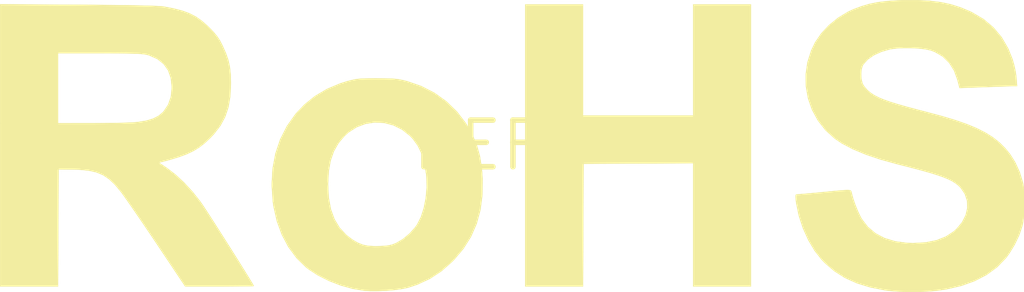
<source format=kicad_pcb>
(kicad_pcb (version 20240108) (generator pcbnew)
  (layers (0 "F.Cu" signal) (31 "B.Cu" signal) (34 "B.Paste" user) (35 "F.Paste" user) (36 "B.SilkS" user "B.Silkscreen") (37 "F.SilkS" user "F.Silkscreen") (38 "B.Mask" user) (39 "F.Mask" user) (44 "Edge.Cuts" user))
  (net 0 "")
  (footprint "RoHS-Logo_8mm_SilkScreen" (layer "F.Cu") (at 0 0)
    (property "Reference" "REF**")
    (property "Value" "RoHS-Logo_8mm_SilkScreen")
    (fp_poly (pts (xy 1.905 -0.816428) (xy 4.898571 -0.816428) (xy 4.898571 -3.840238) (xy 6.470952 -3.840238) (xy 6.470952 3.840238) (xy 4.898571 3.840238) (xy 4.898571 0.48324) (xy 3.409345 0.491084) (xy 1.920119 0.498929) (xy 1.912303 2.169583) (xy 1.904487 3.840238) (xy 0.332619 3.840238) (xy 0.332619 -3.840238) (xy 1.905 -3.840238) (xy 1.905 -0.816428)) (layer "F.SilkS") (stroke (width 0.01)) (fill solid))
    (fp_poly (pts (xy -3.689048 -1.826481) (xy -3.487157 -1.825092) (xy -3.331578 -1.821139) (xy -3.208159 -1.813253) (xy -3.102749 -1.800065) (xy -3.001194 -1.780204) (xy -2.889344 -1.752304) (xy -2.870697 -1.747311) (xy -2.483826 -1.612999) (xy -2.127078 -1.428028) (xy -1.804434 -1.195715) (xy -1.519873 -0.919377) (xy -1.277372 -0.602329) (xy -1.086752 -0.26043) (xy -0.975958 0.011468) (xy -0.897775 0.290617) (xy -0.848336 0.594128) (xy -0.825524 0.895193) (xy -0.829405 1.340298) (xy -0.882311 1.751589) (xy -0.985368 2.132167) (xy -1.139698 2.485132) (xy -1.346425 2.813586) (xy -1.606672 3.120629) (xy -1.646608 3.161249) (xy -1.941726 3.422) (xy -2.254518 3.628862) (xy -2.595374 3.787982) (xy -2.847632 3.871805) (xy -3.005327 3.906217) (xy -3.204984 3.933965) (xy -3.428331 3.953785) (xy -3.657095 3.964413) (xy -3.873004 3.964585) (xy -4.043283 3.954549) (xy -4.358863 3.902532) (xy -4.684236 3.811712) (xy -5.00331 3.688568) (xy -5.299994 3.53958) (xy -5.558195 3.371226) (xy -5.626849 3.316997) (xy -5.885069 3.063785) (xy -6.104748 2.766718) (xy -6.283592 2.430349) (xy -6.419308 2.059232) (xy -6.509604 1.65792) (xy -6.528147 1.527024) (xy -6.558225 1.069235) (xy -6.557627 1.058333) (xy -5.026398 1.058333) (xy -5.008094 1.418631) (xy -4.949751 1.734987) (xy -4.850372 2.009646) (xy -4.708958 2.244851) (xy -4.524512 2.442847) (xy -4.354252 2.57026) (xy -4.212658 2.652029) (xy -4.07947 2.705177) (xy -3.935734 2.7343) (xy -3.762495 2.743997) (xy -3.643691 2.742605) (xy -3.488119 2.735627) (xy -3.372905 2.722216) (xy -3.277993 2.698649) (xy -3.183326 2.661204) (xy -3.168407 2.654391) (xy -2.989348 2.547965) (xy -2.813708 2.401626) (xy -2.661846 2.233515) (xy -2.60406 2.151489) (xy -2.502273 1.949103) (xy -2.423404 1.704435) (xy -2.370118 1.43219) (xy -2.345082 1.147072) (xy -2.350964 0.863784) (xy -2.357749 0.793456) (xy -2.407107 0.487055) (xy -2.482122 0.228323) (xy -2.586416 0.008608) (xy -2.723611 -0.180739) (xy -2.798804 -0.26006) (xy -3.013204 -0.430338) (xy -3.24887 -0.548467) (xy -3.497858 -0.614447) (xy -3.752221 -0.628282) (xy -4.004012 -0.589974) (xy -4.245287 -0.499523) (xy -4.468098 -0.356933) (xy -4.57658 -0.259623) (xy -4.742154 -0.062678) (xy -4.867562 0.158477) (xy -4.955151 0.410719) (xy -5.007267 0.700925) (xy -5.026258 1.035973) (xy -5.026398 1.058333) (xy -6.557627 1.058333) (xy -6.534275 0.632895) (xy -6.457001 0.220175) (xy -6.327105 -0.166756) (xy -6.145291 -0.525727) (xy -5.912263 -0.85457) (xy -5.67381 -1.109377) (xy -5.384415 -1.343147) (xy -5.053698 -1.538813) (xy -4.691057 -1.691207) (xy -4.517972 -1.74484) (xy -4.402492 -1.775509) (xy -4.30301 -1.797516) (xy -4.20549 -1.812246) (xy -4.095891 -1.821081) (xy -3.960176 -1.825403) (xy -3.784306 -1.826596) (xy -3.689048 -1.826481)) (layer "F.SilkS") (stroke (width 0.01)) (fill solid))
    (fp_poly (pts (xy -11.815536 -3.830605) (xy -11.340539 -3.82698) (xy -10.916178 -3.822694) (xy -10.543807 -3.817774) (xy -10.224779 -3.812248) (xy -9.96045 -3.806145) (xy -9.752172 -3.799493) (xy -9.601301 -3.792319) (xy -9.50919 -3.784652) (xy -9.494762 -3.782535) (xy -9.214093 -3.727701) (xy -8.981875 -3.666751) (xy -8.786089 -3.594182) (xy -8.614714 -3.504491) (xy -8.455727 -3.392176) (xy -8.297109 -3.251733) (xy -8.263468 -3.218889) (xy -8.136146 -3.087326) (xy -8.042124 -2.974156) (xy -7.967267 -2.860258) (xy -7.897441 -2.726511) (xy -7.893687 -2.718664) (xy -7.801506 -2.511007) (xy -7.737161 -2.325841) (xy -7.696297 -2.143135) (xy -7.674562 -1.942859) (xy -7.6676 -1.70498) (xy -7.667549 -1.678214) (xy -7.683414 -1.339609) (xy -7.733519 -1.043429) (xy -7.821634 -0.779861) (xy -7.951525 -0.539094) (xy -8.126961 -0.311316) (xy -8.237052 -0.19513) (xy -8.384769 -0.057922) (xy -8.532673 0.056616) (xy -8.691439 0.153788) (xy -8.871741 0.238894) (xy -9.084254 0.317237) (xy -9.339652 0.39412) (xy -9.520763 0.442488) (xy -9.622358 0.468691) (xy -9.39981 0.619442) (xy -9.173407 0.793338) (xy -8.94 1.009914) (xy -8.713448 1.255086) (xy -8.507606 1.514768) (xy -8.477139 1.557262) (xy -8.425149 1.633532) (xy -8.349651 1.747927) (xy -8.254636 1.894119) (xy -8.144098 2.065782) (xy -8.022029 2.256588) (xy -7.892421 2.460209) (xy -7.759269 2.670318) (xy -7.626564 2.880587) (xy -7.4983 3.08469) (xy -7.378468 3.276299) (xy -7.271063 3.449085) (xy -7.180076 3.596723) (xy -7.1095 3.712884) (xy -7.063329 3.791242) (xy -7.045554 3.825468) (xy -7.045477 3.826041) (xy -7.074499 3.829552) (xy -7.156706 3.832746) (xy -7.284806 3.835514) (xy -7.451508 3.837744) (xy -7.64952 3.839325) (xy -7.87155 3.840146) (xy -7.977584 3.840238) (xy -8.909691 3.840238) (xy -9.682111 2.683631) (xy -9.848647 2.435231) (xy -10.012421 2.192765) (xy -10.168837 1.962915) (xy -10.313296 1.752362) (xy -10.441201 1.567787) (xy -10.547954 1.41587) (xy -10.628957 1.303292) (xy -10.666078 1.25379) (xy -10.826304 1.06274) (xy -10.982142 0.915355) (xy -11.14476 0.806513) (xy -11.325328 0.731089) (xy -11.535015 0.683959) (xy -11.784989 0.66) (xy -11.972527 0.654444) (xy -12.352262 0.650119) (xy -12.360089 2.245179) (xy -12.367916 3.840238) (xy -13.939762 3.840238) (xy -13.939762 -2.509762) (xy -12.367381 -2.509762) (xy -12.367381 -0.604762) (xy -11.422441 -0.60501) (xy -11.174424 -0.606063) (xy -10.932909 -0.608921) (xy -10.708099 -0.613325) (xy -10.510196 -0.619019) (xy -10.349402 -0.625745) (xy -10.235919 -0.633245) (xy -10.213297 -0.63553) (xy -9.975173 -0.673312) (xy -9.786115 -0.728399) (xy -9.636186 -0.804831) (xy -9.515451 -0.906644) (xy -9.497375 -0.926471) (xy -9.373549 -1.109819) (xy -9.29975 -1.323157) (xy -9.274773 -1.570064) (xy -9.274811 -1.5875) (xy -9.3006 -1.834576) (xy -9.373788 -2.044107) (xy -9.494518 -2.216287) (xy -9.662932 -2.351309) (xy -9.879174 -2.449368) (xy -9.918945 -2.461856) (xy -9.970413 -2.474588) (xy -10.034688 -2.484927) (xy -10.118062 -2.493104) (xy -10.226831 -2.499351) (xy -10.367286 -2.503897) (xy -10.545722 -2.506975) (xy -10.768432 -2.508815) (xy -11.041709 -2.509649) (xy -11.223822 -2.509762) (xy -12.367381 -2.509762) (xy -13.939762 -2.509762) (xy -13.939762 -3.844565) (xy -11.815536 -3.830605)) (layer "F.SilkS") (stroke (width 0.01)) (fill solid))
    (fp_poly (pts (xy 11.31551 -3.940017) (xy 11.621274 -3.903337) (xy 11.901326 -3.844084) (xy 12.166445 -3.760385) (xy 12.42741 -3.650365) (xy 12.484941 -3.622636) (xy 12.79641 -3.438249) (xy 13.063166 -3.213396) (xy 13.285775 -2.947419) (xy 13.464807 -2.639661) (xy 13.580436 -2.35285) (xy 13.629331 -2.182193) (xy 13.667593 -2.001872) (xy 13.687556 -1.852439) (xy 13.705654 -1.617738) (xy 13.618601 -1.616098) (xy 13.563897 -1.614577) (xy 13.458654 -1.611219) (xy 13.312772 -1.606357) (xy 13.13615 -1.600322) (xy 12.938685 -1.593447) (xy 12.836071 -1.589829) (xy 12.140595 -1.565199) (xy 12.085576 -1.779021) (xy 11.992783 -2.036006) (xy 11.858321 -2.250695) (xy 11.683827 -2.421271) (xy 11.470939 -2.545921) (xy 11.354404 -2.589279) (xy 11.21443 -2.620006) (xy 11.033152 -2.64126) (xy 10.829076 -2.652538) (xy 10.620706 -2.653341) (xy 10.426545 -2.643166) (xy 10.265099 -2.621512) (xy 10.253367 -2.619103) (xy 10.018446 -2.551542) (xy 9.813774 -2.457518) (xy 9.64834 -2.342427) (xy 9.531128 -2.211663) (xy 9.507181 -2.171085) (xy 9.476605 -2.0693) (xy 9.466041 -1.936722) (xy 9.475587 -1.799659) (xy 9.505339 -1.684419) (xy 9.505376 -1.68433) (xy 9.55329 -1.605191) (xy 9.62715 -1.518231) (xy 9.663209 -1.483846) (xy 9.742498 -1.421023) (xy 9.834952 -1.362281) (xy 9.946525 -1.305466) (xy 10.083169 -1.248424) (xy 10.25084 -1.189003) (xy 10.45549 -1.12505) (xy 10.703073 -1.054411) (xy 10.999543 -0.974934) (xy 11.248571 -0.910529) (xy 11.667032 -0.798271) (xy 12.030905 -0.688556) (xy 12.345837 -0.578536) (xy 12.617476 -0.465364) (xy 12.851468 -0.34619) (xy 13.053462 -0.218166) (xy 13.229104 -0.078444) (xy 13.384042 0.075825) (xy 13.511529 0.230889) (xy 13.656676 0.460624) (xy 13.776693 0.723731) (xy 13.86053 0.994765) (xy 13.87654 1.071446) (xy 13.90007 1.260146) (xy 13.910064 1.480914) (xy 13.907017 1.712897) (xy 13.891426 1.935239) (xy 13.863785 2.127086) (xy 13.85 2.188535) (xy 13.764105 2.443629) (xy 13.638814 2.706952) (xy 13.486178 2.954943) (xy 13.397738 3.072818) (xy 13.164092 3.313878) (xy 12.882842 3.520222) (xy 12.556792 3.690544) (xy 12.188748 3.823539) (xy 11.781515 3.917899) (xy 11.496849 3.957927) (xy 11.261909 3.976437) (xy 11.000029 3.985741) (xy 10.73015 3.986005) (xy 10.471212 3.977395) (xy 10.242155 3.960074) (xy 10.129761 3.945997) (xy 9.716454 3.864987) (xy 9.350508 3.752602) (xy 9.025949 3.605981) (xy 8.736805 3.422265) (xy 8.477105 3.19859) (xy 8.397387 3.116104) (xy 8.202105 2.868701) (xy 8.028759 2.576993) (xy 7.883505 2.255056) (xy 7.7725 1.916967) (xy 7.701897 1.576801) (xy 7.692542 1.504345) (xy 7.682788 1.406802) (xy 7.685008 1.354882) (xy 7.703502 1.334221) (xy 7.742571 1.330456) (xy 7.744606 1.330453) (xy 7.795783 1.327603) (xy 7.896838 1.319662) (xy 8.03747 1.307525) (xy 8.207377 1.292088) (xy 8.396257 1.274245) (xy 8.436428 1.270367) (xy 8.668395 1.247839) (xy 8.847232 1.230951) (xy 8.980041 1.21991) (xy 9.073923 1.21492) (xy 9.135981 1.216185) (xy 9.173315 1.223912) (xy 9.193028 1.238305) (xy 9.202222 1.259569) (xy 9.207997 1.287909) (xy 9.208985 1.292679) (xy 9.250536 1.446336) (xy 9.311778 1.623508) (xy 9.383328 1.800019) (xy 9.455805 1.951692) (xy 9.484324 2.002269) (xy 9.649175 2.218558) (xy 9.856555 2.392633) (xy 10.105049 2.523831) (xy 10.393242 2.611488) (xy 10.719719 2.65494) (xy 10.885714 2.659902) (xy 11.222909 2.640412) (xy 11.516437 2.581319) (xy 11.769132 2.481688) (xy 11.983825 2.340587) (xy 12.059078 2.27293) (xy 12.209195 2.09231) (xy 12.307546 1.899377) (xy 12.353354 1.701448) (xy 12.345843 1.505841) (xy 12.284237 1.319872) (xy 12.177053 1.161233) (xy 12.109623 1.092487) (xy 12.030959 1.029497) (xy 11.935506 0.970159) (xy 11.817712 0.912373) (xy 11.672025 0.854036) (xy 11.492892 0.793047) (xy 11.274759 0.727303) (xy 11.012075 0.654701) (xy 10.699287 0.573141) (xy 10.471556 0.515599) (xy 10.001965 0.386119) (xy 9.589473 0.247213) (xy 9.234821 0.099181) (xy 8.938745 -0.057674) (xy 8.744249 -0.189543) (xy 8.492771 -0.419054) (xy 8.287712 -0.682153) (xy 8.130444 -0.972072) (xy 8.022342 -1.282046) (xy 7.964779 -1.60531) (xy 7.959128 -1.935097) (xy 8.006764 -2.264642) (xy 8.109059 -2.587179) (xy 8.213427 -2.804267) (xy 8.379846 -3.049231) (xy 8.594038 -3.277996) (xy 8.843545 -3.479781) (xy 9.115907 -3.643807) (xy 9.259628 -3.70946) (xy 9.481806 -3.792508) (xy 9.695869 -3.855091) (xy 9.917134 -3.900026) (xy 10.160919 -3.930134) (xy 10.442538 -3.948232) (xy 10.583722 -3.953155) (xy 10.973252 -3.955998) (xy 11.31551 -3.940017)) (layer "F.SilkS") (stroke (width 0.01)) (fill solid))
  )
)
</source>
